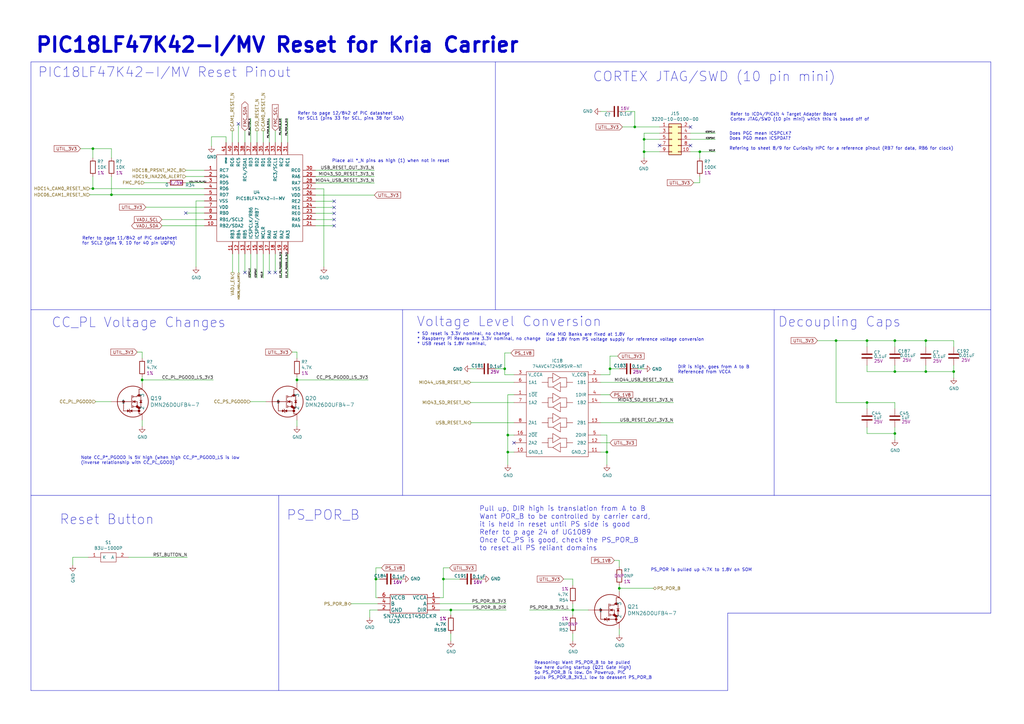
<source format=kicad_sch>
(kicad_sch (version 20230121) (generator eeschema)
  (paper "A3")
  (title_block (title "Top Sheet") (date "2023-12-21") (rev "1.00") (company "ApotheoTech LLC") (comment 1 "SCH: APT-KRIA-FMC") (comment 2 "Author: Chance Reimer"))
  (lib_symbols
    (symbol "ApotheoTech:74AVC4T245RSVR-NT" (pin_names (offset 0.762))
      (property "Reference" "IC" (at -13.335 21.59 0))
      (property "Value" "74AVC4T245RSVR-NT" (at -12.7 19.05 0))
      (symbol "74AVC4T245RSVR-NT_0_0"
        (pin passive line (at -17.78 7.62 0) (length 5.08) (name "1~{OE}") (number "1"))
        (pin passive line (at -17.78 -15.875 0) (length 5.08) (name "GND_1") (number "10"))
        (pin passive line (at 17.78 -15.875 180) (length 5.08) (name "GND_2") (number "11"))
        (pin passive line (at 17.78 -12.065 180) (length 5.08) (name "2B2") (number "12"))
        (pin passive line (at 17.78 -3.81 180) (length 5.08) (name "2B1") (number "13"))
        (pin passive line (at 17.78 4.445 180) (length 5.08) (name "1B2") (number "14"))
        (pin passive line (at 17.78 12.7 180) (length 5.08) (name "1B1") (number "15"))
        (pin passive line (at -17.78 -8.89 0) (length 5.08) (name "2~{OE}") (number "16"))
        (pin passive line (at 17.78 15.875 180) (length 5.08) (name "V_CCB") (number "2"))
        (pin passive line (at -17.78 15.875 0) (length 5.08) (name "V_CCA") (number "3"))
        (pin passive line (at 17.78 7.62 180) (length 5.08) (name "1DIR") (number "4"))
        (pin passive line (at 17.78 -8.89 180) (length 5.08) (name "2DIR") (number "5"))
        (pin passive line (at -17.78 12.7 0) (length 5.08) (name "1A1") (number "6"))
        (pin passive line (at -17.78 4.445 0) (length 5.08) (name "1A2") (number "7"))
        (pin passive line (at -17.78 -3.81 0) (length 5.08) (name "2A1") (number "8"))
        (pin passive line (at -17.78 -12.065 0) (length 5.08) (name "2A2") (number "9"))
      )
    )
    (symbol "ApotheoTech:B3U-1000P" (pin_names (offset 0.762))
      (property "Reference" "S" (at 16.51 7.62 0))
      (property "Value" "B3U-1000P" (at 16.51 5.08 0))
      (symbol "B3U-1000P_0_0"
        (pin passive line (at -8.255 0 0) (length 5.08) (name "K") (number "1"))
        (pin passive line (at 8.255 0 180) (length 5.08) (name "A") (number "2"))
      )
    )
    (symbol "ApotheoTech:DMN26D0UFB4-7" (pin_numbers hide) (pin_names (offset 1.6764))
      (property "Reference" "Q" (at 23.368 -2.032 0))
      (property "Value" "DMN26D0UFB4-7" (at 28.956 -4.318 0))
      (symbol "DMN26D0UFB4-7_1_1"
        (pin passive line (at 0 0 0) (length 2.54) (name "1") (number "1"))
        (pin passive line (at 12.7 -7.62 90) (length 2.54) (name "2") (number "2"))
        (pin passive line (at 12.7 7.62 270) (length 2.54) (name "3") (number "3"))
      )
    )
    (symbol "ApotheoTech:PIC18LF47K42-I-MV" (pin_names (offset 1.016))
      (property "Reference" "U" (at -9.398 1.651 0))
      (property "Value" "PIC18LF47K42-I-MV" (at 0 0 0))
      (symbol "PIC18LF47K42-I-MV_1_1"
        (pin bidirectional line (at -22.86 11.43 0) (length 5.08) (name "RC7") (number "1"))
        (pin bidirectional line (at -22.86 -11.303 0) (length 5.08) (name "RB2/SDA2") (number "10"))
        (pin bidirectional line (at -11.303 -22.86 90) (length 5.08) (name "RB3") (number "11"))
        (pin bidirectional line (at -8.763 -22.86 90) (length 5.08) (name "RB4") (number "12"))
        (pin bidirectional line (at -6.223 -22.86 90) (length 5.08) (name "RB5") (number "13"))
        (pin bidirectional line (at -3.81 -22.86 90) (length 5.08) (name "ICSPCLK/RB6") (number "14"))
        (pin bidirectional line (at -1.27 -22.86 90) (length 5.08) (name "ICSPDAT/RB7") (number "15"))
        (pin input line (at 1.27 -22.86 90) (length 5.08) (name "MCLR") (number "16"))
        (pin bidirectional line (at 3.81 -22.86 90) (length 5.08) (name "RA0") (number "17"))
        (pin bidirectional line (at 6.223 -22.86 90) (length 5.08) (name "RA1") (number "18"))
        (pin bidirectional line (at 8.89 -22.86 90) (length 5.08) (name "RA2") (number "19"))
        (pin bidirectional line (at -22.86 8.89 0) (length 5.08) (name "RD4") (number "2"))
        (pin bidirectional line (at 11.43 -22.86 90) (length 5.08) (name "RA3") (number "20"))
        (pin bidirectional line (at 22.733 -11.303 180) (length 5.08) (name "RA4") (number "21"))
        (pin bidirectional line (at 22.733 -8.763 180) (length 5.08) (name "RA5") (number "22"))
        (pin bidirectional line (at 22.733 -6.223 180) (length 5.08) (name "RE0") (number "23"))
        (pin bidirectional line (at 22.733 -3.81 180) (length 5.08) (name "RE1") (number "24"))
        (pin bidirectional line (at 22.733 -1.27 180) (length 5.08) (name "RE2") (number "25"))
        (pin power_in line (at 22.733 1.27 180) (length 5.08) (name "VDD") (number "26"))
        (pin power_in line (at 22.733 3.81 180) (length 5.08) (name "VSS") (number "27"))
        (pin bidirectional line (at 22.733 6.223 180) (length 5.08) (name "RA7") (number "28"))
        (pin bidirectional line (at 22.733 8.89 180) (length 5.08) (name "RA6") (number "29"))
        (pin bidirectional line (at -22.86 6.35 0) (length 5.08) (name "RD5") (number "3"))
        (pin bidirectional line (at 22.733 11.43 180) (length 5.08) (name "RC0") (number "30"))
        (pin bidirectional line (at 11.303 22.86 270) (length 5.08) (name "RC1") (number "31"))
        (pin bidirectional line (at 8.763 22.86 270) (length 5.08) (name "RC2") (number "32"))
        (pin bidirectional line (at 6.223 22.86 270) (length 5.08) (name "RC3/SCL1") (number "33"))
        (pin bidirectional line (at 3.81 22.86 270) (length 5.08) (name "RD0") (number "34"))
        (pin bidirectional line (at 1.27 22.86 270) (length 5.08) (name "RD1") (number "35"))
        (pin bidirectional line (at -1.27 22.86 270) (length 5.08) (name "RD2") (number "36"))
        (pin bidirectional line (at -3.81 22.86 270) (length 5.08) (name "RD3") (number "37"))
        (pin bidirectional line (at -6.223 22.86 270) (length 5.08) (name "RC4/SDA1") (number "38"))
        (pin bidirectional line (at -8.89 22.86 270) (length 5.08) (name "RC5") (number "39"))
        (pin bidirectional line (at -22.86 3.937 0) (length 5.08) (name "RD6") (number "4"))
        (pin bidirectional line (at -11.43 22.86 270) (length 5.08) (name "RC6") (number "40"))
        (pin power_in line (at -13.97 22.86 270) (length 5.08) (name "EPAD") (number "41"))
        (pin bidirectional line (at -22.86 1.397 0) (length 5.08) (name "RD7") (number "5"))
        (pin power_in line (at -22.86 -1.143 0) (length 5.08) (name "VSS") (number "6"))
        (pin power_in line (at -22.86 -3.683 0) (length 5.08) (name "VDD") (number "7"))
        (pin bidirectional line (at -22.86 -6.096 0) (length 5.08) (name "RB0") (number "8"))
        (pin bidirectional line (at -22.86 -8.763 0) (length 5.08) (name "RB1/SCL2") (number "9"))
      )
    )
    (symbol "ApotheoTech:SN74AXC1T45DCKR" (pin_names (offset 0.254))
      (property "Reference" "U" (at -7.62 8.89 0))
      (property "Value" "SN74AXC1T45DCKR" (at -7.62 6.35 0))
      (symbol "SN74AXC1T45DCKR_1_1"
        (pin power_in line (at 5.08 2.54 180) (length 5.08) (name "VCCA") (number "1"))
        (pin power_in line (at -20.32 -2.54 0) (length 5.08) (name "GND") (number "2"))
        (pin bidirectional line (at 5.08 0 180) (length 5.08) (name "A") (number "3"))
        (pin bidirectional line (at -20.32 0 0) (length 5.08) (name "B") (number "4"))
        (pin input line (at 5.08 -2.54 180) (length 5.08) (name "DIR") (number "5"))
        (pin power_in line (at -20.32 2.54 0) (length 5.08) (name "VCCB") (number "6"))
      )
    )
    (symbol "Connector_Generic:Conn_02x05_Odd_Even" (pin_names (offset 1.016) hide)
      (property "Reference" "J" (at 1.27 7.62 0))
      (property "Value" "Conn_02x05_Odd_Even" (at 1.27 -7.62 0))
      (symbol "Conn_02x05_Odd_Even_1_1"
        (pin passive line (at -5.08 5.08 0) (length 3.81) (name "Pin_1") (number "1"))
        (pin passive line (at 7.62 -5.08 180) (length 3.81) (name "Pin_10") (number "10"))
        (pin passive line (at 7.62 5.08 180) (length 3.81) (name "Pin_2") (number "2"))
        (pin passive line (at -5.08 2.54 0) (length 3.81) (name "Pin_3") (number "3"))
        (pin passive line (at 7.62 2.54 180) (length 3.81) (name "Pin_4") (number "4"))
        (pin passive line (at -5.08 0 0) (length 3.81) (name "Pin_5") (number "5"))
        (pin passive line (at 7.62 0 180) (length 3.81) (name "Pin_6") (number "6"))
        (pin passive line (at -5.08 -2.54 0) (length 3.81) (name "Pin_7") (number "7"))
        (pin passive line (at 7.62 -2.54 180) (length 3.81) (name "Pin_8") (number "8"))
        (pin passive line (at -5.08 -5.08 0) (length 3.81) (name "Pin_9") (number "9"))
      )
    )
    (symbol "Device:C" (pin_numbers hide) (pin_names (offset 0.254))
      (property "Reference" "C" (at 0.635 2.54 0))
      (property "Value" "C" (at 0.635 -2.54 0))
      (symbol "C_1_1"
        (pin passive line (at 0 3.81 270) (length 2.794) (name "~") (number "1"))
        (pin passive line (at 0 -3.81 90) (length 2.794) (name "~") (number "2"))
      )
    )
    (symbol "Device:R" (pin_numbers hide) (pin_names (offset 0))
      (property "Reference" "R" (at 2.032 0 90))
      (property "Value" "R" (at 0 0 90))
      (symbol "R_1_1"
        (pin passive line (at 0 3.81 270) (length 1.27) (name "~") (number "1"))
        (pin passive line (at 0 -3.81 90) (length 1.27) (name "~") (number "2"))
      )
    )
    (symbol "power:GND" (power) (pin_names (offset 0))
      (property "Value" "GND" (at 0 -3.81 0))
      (symbol "GND_1_1"
        (pin power_in line (at 0 0 270) (length 0) hide (name "GND") (number "1"))
      )
    )
  )
  (junction (at 264.16 57.15))
  (junction (at 391.16 152.4))
  (junction (at 260.35 52.07))
  (junction (at 208.28 178.435))
  (junction (at 207.01 151.257))
  (junction (at 379.73 139.7))
  (junction (at 342.9 139.7))
  (junction (at 38.1 60.96))
  (junction (at 355.6 165.1))
  (junction (at 38.1 77.343))
  (junction (at 287.02 62.23))
  (junction (at 355.6 139.7))
  (junction (at 181.864 237.49))
  (junction (at 45.72 79.883))
  (junction (at 234.95 250.19))
  (junction (at 379.73 152.4))
  (junction (at 367.03 139.7))
  (junction (at 248.92 185.42))
  (junction (at 121.793 155.829))
  (junction (at 184.912 250.19))
  (junction (at 250.19 151.257))
  (junction (at 254 241.3))
  (junction (at 367.03 152.4))
  (junction (at 264.16 62.23))
  (junction (at 367.03 177.8))
  (junction (at 58.293 155.829))
  (junction (at 208.28 185.42))
  (junction (at 154.178 237.49))
  (no_connect (at 137.033 87.503))
  (no_connect (at 76.2 87.376))
  (no_connect (at 283.21 59.69))
  (no_connect (at 137.033 85.09))
  (no_connect (at 283.21 52.07))
  (no_connect (at 137.033 82.55))
  (no_connect (at 137.033 92.583))
  (no_connect (at 210.82 181.61))
  (no_connect (at 112.903 111.76))
  (no_connect (at 100.457 111.76))
  (no_connect (at 97.79 50.8))
  (no_connect (at 137.033 90.043))
  (no_connect (at 270.51 59.69))
  (no_connect (at 110.49 111.76))
  (polyline (pts (xy 12.7 203.2) (xy 406.4 203.2)))
  (wire (pts (xy 207.01 144.78) (xy 207.01 151.257)))
  (wire (pts (xy 181.864 232.918) (xy 184.404 232.918)))
  (wire (pts (xy 367.03 167.64) (xy 367.03 165.1)))
  (wire (pts (xy 154.178 232.918) (xy 154.178 237.49)))
  (wire (pts (xy 110.49 104.14) (xy 110.49 111.76)))
  (polyline (pts (xy 12.7 25.4) (xy 12.7 283.21)))
  (wire (pts (xy 264.16 62.23) (xy 270.51 62.23)))
  (wire (pts (xy 58.293 154.559) (xy 58.293 155.829)))
  (wire (pts (xy 105.41 58.42) (xy 105.41 53.594)))
  (wire (pts (xy 355.6 177.8) (xy 355.6 175.26)))
  (wire (pts (xy 115.57 114.046) (xy 115.57 104.14)))
  (wire (pts (xy 234.95 250.19) (xy 234.95 247.65)))
  (wire (pts (xy 246.38 161.925) (xy 250.19 161.925)))
  (wire (pts (xy 342.9 139.7) (xy 355.6 139.7)))
  (wire (pts (xy 83.82 69.85) (xy 76.2 69.85)))
  (wire (pts (xy 129.413 80.01) (xy 153.543 80.01)))
  (wire (pts (xy 155.702 237.49) (xy 154.178 237.49)))
  (wire (pts (xy 129.413 85.09) (xy 137.033 85.09)))
  (wire (pts (xy 121.793 144.399) (xy 121.793 146.939)))
  (wire (pts (xy 391.16 142.24) (xy 391.16 139.7)))
  (wire (pts (xy 117.983 48.514) (xy 117.983 58.42)))
  (wire (pts (xy 80.391 82.423) (xy 80.391 109.474)))
  (wire (pts (xy 246.38 153.67) (xy 250.19 153.67)))
  (wire (pts (xy 58.293 144.399) (xy 58.293 146.939)))
  (wire (pts (xy 209.55 144.78) (xy 207.01 144.78)))
  (wire (pts (xy 154.94 250.19) (xy 151.638 250.19)))
  (wire (pts (xy 254 240.03) (xy 254 241.3)))
  (wire (pts (xy 109.093 164.719) (xy 102.743 164.719)))
  (wire (pts (xy 208.28 161.925) (xy 208.28 178.435)))
  (wire (pts (xy 197.993 237.49) (xy 196.215 237.49)))
  (wire (pts (xy 112.903 104.14) (xy 112.903 111.76)))
  (polyline (pts (xy 12.7 127) (xy 406.4 127)))
  (wire (pts (xy 207.01 153.67) (xy 207.01 151.257)))
  (wire (pts (xy 95.377 104.14) (xy 95.377 111.76)))
  (wire (pts (xy 86.741 56.134) (xy 86.741 59.944)))
  (wire (pts (xy 254 229.87) (xy 251.968 229.87)))
  (wire (pts (xy 180.34 245.11) (xy 181.864 245.11)))
  (wire (pts (xy 38.1 60.96) (xy 45.72 60.96)))
  (wire (pts (xy 254 151.257) (xy 250.19 151.257)))
  (wire (pts (xy 52.705 228.6) (xy 76.835 228.6)))
  (wire (pts (xy 283.21 54.61) (xy 293.37 54.61)))
  (wire (pts (xy 261.62 151.257) (xy 264.16 151.257)))
  (wire (pts (xy 248.92 185.42) (xy 246.38 185.42)))
  (wire (pts (xy 129.413 75.057) (xy 153.543 75.057)))
  (wire (pts (xy 105.41 114.046) (xy 105.41 104.14)))
  (wire (pts (xy 208.28 185.42) (xy 210.82 185.42)))
  (wire (pts (xy 287.02 64.77) (xy 287.02 62.23)))
  (polyline (pts (xy 165.1 127) (xy 165.1 203.2)))
  (wire (pts (xy 379.73 152.4) (xy 391.16 152.4)))
  (wire (pts (xy 248.92 178.435) (xy 248.92 185.42)))
  (wire (pts (xy 355.6 139.7) (xy 355.6 142.24)))
  (wire (pts (xy 184.912 250.19) (xy 207.645 250.19)))
  (wire (pts (xy 283.21 57.15) (xy 293.37 57.15)))
  (wire (pts (xy 367.03 152.4) (xy 379.73 152.4)))
  (wire (pts (xy 112.903 58.42) (xy 112.903 53.594)))
  (wire (pts (xy 36.195 228.6) (xy 29.845 228.6)))
  (wire (pts (xy 367.03 142.24) (xy 367.03 139.7)))
  (wire (pts (xy 264.16 54.61) (xy 264.16 57.15)))
  (wire (pts (xy 181.864 237.49) (xy 181.864 245.11)))
  (wire (pts (xy 246.38 156.845) (xy 276.225 156.845)))
  (wire (pts (xy 115.443 48.514) (xy 115.443 58.42)))
  (wire (pts (xy 110.49 48.514) (xy 110.49 58.42)))
  (wire (pts (xy 38.1 77.343) (xy 83.82 77.343)))
  (wire (pts (xy 287.02 62.23) (xy 283.21 62.23)))
  (wire (pts (xy 92.71 58.42) (xy 92.71 56.134)))
  (wire (pts (xy 248.92 185.42) (xy 248.92 190.627)))
  (polyline (pts (xy 203.2 25.4) (xy 203.2 127)))
  (wire (pts (xy 234.95 250.19) (xy 241.3 250.19)))
  (wire (pts (xy 250.19 146.05) (xy 250.19 151.257)))
  (wire (pts (xy 184.912 252.222) (xy 184.912 250.19)))
  (wire (pts (xy 154.178 237.49) (xy 154.178 245.11)))
  (wire (pts (xy 180.34 247.65) (xy 207.645 247.65)))
  (wire (pts (xy 355.6 167.64) (xy 355.6 165.1)))
  (wire (pts (xy 132.842 77.47) (xy 132.842 109.474)))
  (wire (pts (xy 83.82 72.39) (xy 76.2 72.39)))
  (wire (pts (xy 83.82 90.043) (xy 66.421 90.043)))
  (wire (pts (xy 100.457 58.42) (xy 100.457 53.594)))
  (wire (pts (xy 129.413 90.043) (xy 137.033 90.043)))
  (wire (pts (xy 83.82 82.423) (xy 80.391 82.423)))
  (wire (pts (xy 102.87 58.42) (xy 102.87 48.514)))
  (wire (pts (xy 254 229.87) (xy 254 232.41)))
  (wire (pts (xy 83.82 74.93) (xy 76.2 74.93)))
  (wire (pts (xy 391.16 139.7) (xy 379.73 139.7)))
  (wire (pts (xy 208.28 178.435) (xy 210.82 178.435)))
  (wire (pts (xy 250.19 153.67) (xy 250.19 151.257)))
  (wire (pts (xy 181.864 237.49) (xy 188.595 237.49)))
  (wire (pts (xy 129.413 82.55) (xy 137.033 82.55)))
  (wire (pts (xy 181.864 237.49) (xy 181.864 232.918)))
  (wire (pts (xy 248.92 45.72) (xy 246.38 45.72)))
  (wire (pts (xy 379.73 149.86) (xy 379.73 152.4)))
  (wire (pts (xy 121.793 155.829) (xy 151.003 155.829)))
  (wire (pts (xy 154.178 232.918) (xy 156.464 232.918)))
  (wire (pts (xy 287.02 62.23) (xy 293.37 62.23)))
  (wire (pts (xy 210.82 165.1) (xy 193.04 165.1)))
  (wire (pts (xy 284.48 74.93) (xy 287.02 74.93)))
  (wire (pts (xy 260.35 52.07) (xy 255.27 52.07)))
  (wire (pts (xy 129.413 69.85) (xy 153.543 69.85)))
  (wire (pts (xy 100.457 104.14) (xy 100.457 111.76)))
  (wire (pts (xy 254 257.81) (xy 254 260.35)))
  (wire (pts (xy 83.82 87.376) (xy 76.2 87.376)))
  (wire (pts (xy 95.25 58.42) (xy 95.25 53.594)))
  (wire (pts (xy 246.38 173.355) (xy 276.225 173.355)))
  (wire (pts (xy 367.03 139.7) (xy 355.6 139.7)))
  (wire (pts (xy 151.638 250.19) (xy 151.638 253.238)))
  (polyline (pts (xy 317.5 203.2) (xy 317.5 127)))
  (wire (pts (xy 367.03 177.8) (xy 367.03 180.34)))
  (wire (pts (xy 335.28 139.7) (xy 342.9 139.7)))
  (wire (pts (xy 210.82 153.67) (xy 207.01 153.67)))
  (wire (pts (xy 45.72 79.883) (xy 36.83 79.883)))
  (wire (pts (xy 129.413 87.503) (xy 137.033 87.503)))
  (wire (pts (xy 248.92 178.435) (xy 246.38 178.435)))
  (wire (pts (xy 97.79 58.42) (xy 97.79 50.8)))
  (wire (pts (xy 355.6 149.86) (xy 355.6 152.4)))
  (wire (pts (xy 29.845 228.6) (xy 29.845 231.775)))
  (wire (pts (xy 267.97 241.3) (xy 254 241.3)))
  (wire (pts (xy 287.02 74.93) (xy 287.02 72.39)))
  (wire (pts (xy 45.72 79.883) (xy 83.82 79.883)))
  (wire (pts (xy 33.02 60.96) (xy 38.1 60.96)))
  (wire (pts (xy 355.6 152.4) (xy 367.03 152.4)))
  (wire (pts (xy 180.34 250.19) (xy 184.912 250.19)))
  (wire (pts (xy 154.94 247.65) (xy 144.018 247.65)))
  (polyline (pts (xy 406.4 25.4) (xy 406.4 251.46)))
  (wire (pts (xy 121.793 172.339) (xy 121.793 174.879)))
  (wire (pts (xy 184.912 262.89) (xy 184.912 259.842)))
  (wire (pts (xy 45.593 164.719) (xy 39.243 164.719)))
  (wire (pts (xy 253.365 146.05) (xy 250.19 146.05)))
  (wire (pts (xy 58.293 155.829) (xy 87.503 155.829)))
  (wire (pts (xy 391.16 152.4) (xy 391.16 154.94)))
  (wire (pts (xy 254 241.3) (xy 254 242.57)))
  (wire (pts (xy 58.293 172.339) (xy 58.293 174.879)))
  (wire (pts (xy 129.413 92.583) (xy 137.033 92.583)))
  (wire (pts (xy 355.6 165.1) (xy 367.03 165.1)))
  (wire (pts (xy 165.1 237.49) (xy 163.322 237.49)))
  (wire (pts (xy 97.917 104.14) (xy 97.917 111.76)))
  (wire (pts (xy 246.38 165.1) (xy 276.225 165.1)))
  (wire (pts (xy 379.73 139.7) (xy 379.73 142.24)))
  (wire (pts (xy 208.28 178.435) (xy 208.28 185.42)))
  (wire (pts (xy 210.82 156.845) (xy 193.04 156.845)))
  (wire (pts (xy 129.413 72.39) (xy 153.543 72.39)))
  (wire (pts (xy 107.95 58.42) (xy 107.95 53.594)))
  (wire (pts (xy 367.03 175.26) (xy 367.03 177.8)))
  (wire (pts (xy 58.293 155.829) (xy 58.293 157.099)))
  (wire (pts (xy 58.293 144.399) (xy 56.261 144.399)))
  (wire (pts (xy 154.94 245.11) (xy 154.178 245.11)))
  (wire (pts (xy 121.793 154.559) (xy 121.793 155.829)))
  (wire (pts (xy 107.95 114.046) (xy 107.95 104.14)))
  (wire (pts (xy 234.95 237.49) (xy 234.95 240.03)))
  (polyline (pts (xy 298.45 283.21) (xy 298.45 251.46)))
  (wire (pts (xy 38.1 60.96) (xy 38.1 64.77)))
  (wire (pts (xy 217.17 250.19) (xy 234.95 250.19)))
  (wire (pts (xy 342.9 139.7) (xy 342.9 165.1)))
  (wire (pts (xy 234.95 262.89) (xy 234.95 259.842)))
  (wire (pts (xy 342.9 165.1) (xy 355.6 165.1)))
  (wire (pts (xy 379.73 139.7) (xy 367.03 139.7)))
  (polyline (pts (xy 298.45 251.46) (xy 406.4 251.46)))
  (wire (pts (xy 210.82 161.925) (xy 208.28 161.925)))
  (wire (pts (xy 129.413 77.47) (xy 132.842 77.47)))
  (wire (pts (xy 367.03 152.4) (xy 367.03 149.86)))
  (wire (pts (xy 38.1 72.39) (xy 38.1 77.343)))
  (polyline (pts (xy 12.7 283.21) (xy 298.45 283.21)))
  (wire (pts (xy 367.03 177.8) (xy 355.6 177.8)))
  (wire (pts (xy 264.16 57.15) (xy 264.16 62.23)))
  (wire (pts (xy 234.95 252.222) (xy 234.95 250.19)))
  (polyline (pts (xy 12.7 25.4) (xy 406.4 25.4)))
  (wire (pts (xy 208.28 185.42) (xy 208.28 190.627)))
  (wire (pts (xy 121.793 144.399) (xy 119.761 144.399)))
  (wire (pts (xy 68.58 74.93) (xy 59.182 74.93)))
  (wire (pts (xy 256.54 45.72) (xy 260.35 45.72)))
  (wire (pts (xy 59.817 84.963) (xy 83.82 84.963)))
  (wire (pts (xy 246.38 181.61) (xy 250.19 181.61)))
  (wire (pts (xy 121.793 155.829) (xy 121.793 157.099)))
  (polyline (pts (xy 114.3 283.21) (xy 114.3 203.2)))
  (wire (pts (xy 102.87 114.046) (xy 102.87 104.14)))
  (wire (pts (xy 260.35 45.72) (xy 260.35 52.07)))
  (wire (pts (xy 210.82 173.355) (xy 193.04 173.355)))
  (wire (pts (xy 391.16 152.4) (xy 391.16 149.86)))
  (wire (pts (xy 45.72 60.96) (xy 45.72 64.77)))
  (wire (pts (xy 203.2 151.257) (xy 207.01 151.257)))
  (wire (pts (xy 231.14 237.49) (xy 234.95 237.49)))
  (wire (pts (xy 118.11 114.046) (xy 118.11 104.14)))
  (wire (pts (xy 83.82 92.583) (xy 66.421 92.583)))
  (wire (pts (xy 45.72 72.39) (xy 45.72 79.883)))
  (wire (pts (xy 264.16 57.15) (xy 270.51 57.15)))
  (wire (pts (xy 92.71 56.134) (xy 86.741 56.134)))
  (wire (pts (xy 36.83 77.343) (xy 38.1 77.343)))
  (wire (pts (xy 270.51 54.61) (xy 264.16 54.61)))
  (wire (pts (xy 195.58 151.257) (xy 193.04 151.257)))
  (wire (pts (xy 264.16 62.23) (xy 264.16 64.77)))
  (wire (pts (xy 270.51 52.07) (xy 260.35 52.07)))
  (text "Decoupling Caps" (at 319.024 134.493 0) (effects (font (size 3.9878 3.9878)) (justify left bottom)))
  (text "Note CC_P*_PGOOD is 5V high (when high CC_P*_PGOOD_LS is low\n(inverse relationship with CC_PL_GOOD)" (at 33.147 190.627 0) (effects (font (size 1.27 1.27)) (justify left bottom)))
  (text "Refer to page 12/842 of PIC datasheet \nfor SCL1 (pins 33 for SCL, pins 38 for SDA)" (at 122.047 49.403 0) (effects (font (size 1.27 1.27)) (justify left bottom)))
  (text "PS_POR is pulled up 4.7K to 1.8V on SOM" (at 266.827 234.569 0) (effects (font (size 1.27 1.27)) (justify left bottom)))
  (text "Refer to page 11/842 of PIC datasheet\nfor SCL2 (pins 9, 10 for 40 pin UQFN)" (at 33.655 100.584 0) (effects (font (size 1.27 1.27)) (justify left bottom)))
  (text "* SD reset is 3.3V nominal, no change\n* Raspberry Pi Resets are 3.3V nominal, no change\n* USB reset is 1.8V nominal, " (at 171.069 141.859 0) (effects (font (size 1.27 1.27)) (justify left bottom)))
  (text "Voltage Level Conversion" (at 170.815 134.366 0) (effects (font (size 3.9878 3.9878)) (justify left bottom)))
  (text "Pull up, DIR high is translation from A to B\nWant POR_B to be controlled by carrier card,\nit is held in reset until PS side is good\nRefer to p age 24 of UG1089\nOnce CC_PS is good, check the PS_POR_B\nto reset all PS reliant domains" (at 196.596 226.06 0) (effects (font (size 2.0066 2.0066)) (justify left bottom)))
  (text "Reasoning: Want PS_POR_B to be pulled \nlow here during startup (Q21 Gate High)\nSo PS_POR_B is low. On Powerup, PIC \npulls PS_POR_B_3V3_L low to deassert PS_POR_B" (at 219.075 278.765 0) (effects (font (size 1.27 1.27)) (justify left bottom)))
  (text "CC_PL Voltage Changes" (at 21.082 134.747 0) (effects (font (size 3.9878 3.9878)) (justify left bottom)))
  (text "PIC18LF47K42-I/MV Reset Pinout" (at 15.494 32.131 0) (effects (font (size 3.9878 3.9878)) (justify left bottom)))
  (text "PIC18LF47K42-I/MV Reset for Kria Carrier" (at 14.224 22.098 0) (effects (font (size 5.9944 5.9944) (thickness 1.1989) bold) (justify left bottom)))
  (text "PS_POR_B" (at 117.475 213.741 0) (effects (font (size 3.9878 3.9878)) (justify left bottom)))
  (text "Reset Button" (at 24.384 215.519 0) (effects (font (size 3.9878 3.9878)) (justify left bottom)))
  (text "Place all *_N pins as high (1) when not in reset" (at 136.144 66.802 0) (effects (font (size 1.27 1.27)) (justify left bottom)))
  (text "DIR is high, goes from A to B\nReferenced from VCCA" (at 278.003 153.416 0) (effects (font (size 1.27 1.27)) (justify left bottom)))
  (text "CORTEX JTAG/SWD (10 pin mini)" (at 243.078 33.909 0) (effects (font (size 3.9878 3.9878)) (justify left bottom)))
  (text "Does PGC mean ICSPCLK?\nDoes PGD mean ICSPDAT?\n\nRefering to sheet 8/9 for Curiosity HPC for a reference pinout (RB7 for data, RB6 for clock)" (at 299.085 61.722 0) (effects (font (size 1.27 1.27)) (justify left bottom)))
  (text "Kria MIO Banks are fixed at 1.8V\nUse 1.8V from PS voltage supply for reference voltage conversion" (at 223.901 140.081 0) (effects (font (size 1.27 1.27)) (justify left bottom)))
  (text "Refer to ICD4/PICkit 4 Target Adapter Board\nCortex JTAG/SWD (10 pin mini) which this is based off of\n" (at 299.466 49.784 0) (effects (font (size 1.27 1.27)) (justify left bottom)))
  (label "ICSPDAT" (at 293.37 57.15 180) (effects (font (size 0.635 0.635))))
  (label "PS_POR_B_3V3_L" (at 217.17 250.19 0))
  (label "MIO44_USB_RESET_3V3_N" (at 276.225 156.845 180))
  (label "MIO44_USB_RESET_3V3_N" (at 153.543 75.057 180))
  (label "RST_BUTTON_N" (at 76.835 228.6 180))
  (label "USB_RESET_OUT_3V3_N" (at 276.225 173.355 180))
  (label "ICSPCLK" (at 293.37 54.61 180) (effects (font (size 0.635 0.635))))
  (label "CC_PL_PGOOD_LS_3V3" (at 118.11 114.046 90) (effects (font (size 0.635 0.635))))
  (label "CC_PS_PGOOD_LS_3V3" (at 151.003 155.829 180))
  (label "ICSPDAT" (at 105.41 114.046 90) (effects (font (size 0.635 0.635))))
  (label "RST_BUTTON_N" (at 102.87 48.514 270) (effects (font (size 0.635 0.635))))
  (label "CC_PL_PGOOD_LS_3V3" (at 87.503 155.829 180))
  (label "CC_PS_PGOOD_LS_3V3" (at 115.57 114.046 90) (effects (font (size 0.635 0.635))))
  (label "ICSPCLK" (at 102.87 114.046 90) (effects (font (size 0.635 0.635))))
  (label "PS_POR_B_DIR" (at 207.645 250.19 180))
  (label "MIO43_SD_RESET_3V3_N" (at 153.543 72.39 180))
  (label "MIO43_SD_RESET_3V3_N" (at 276.225 165.1 180))
  (label "VADJ_FMC_PG_MCU" (at 77.47 74.93 0) (effects (font (size 0.508 0.508))))
  (label "USB_RESET_OUT_3V3_N" (at 153.543 69.85 180))
  (label "PS_POR_B_3V3" (at 117.983 48.514 270) (effects (font (size 0.635 0.635))))
  (label "PS_POR_B_3V3" (at 207.645 247.65 180))
  (label "PS_POR_B_3V3_L" (at 110.49 48.514 270) (effects (font (size 0.635 0.635))))
  (label "MCLR" (at 107.95 114.046 90) (effects (font (size 0.635 0.635))))
  (label "PS_POR_B_DIR" (at 115.443 48.514 270) (effects (font (size 0.635 0.635))))
  (label "MCLR" (at 293.37 62.23 180) (effects (font (size 0.635 0.635))))
  (global_label "VADJ_SCL" (shape input) (at 66.421 90.043 180) (property "Intersheetrefs" "${INTERSHEET_REFS}" (effects hide)))
  (global_label "PS_1V8" (shape input) (at 251.968 229.87 180) (property "Intersheetrefs" "${INTERSHEET_REFS}" (effects hide)))
  (global_label "UTIL_3V3" (shape input) (at 119.761 144.399 180) (property "Intersheetrefs" "${INTERSHEET_REFS}" (effects hide)))
  (global_label "PS_1V8" (shape input) (at 156.464 232.918 0) (property "Intersheetrefs" "${INTERSHEET_REFS}" (effects hide)))
  (global_label "PS_1V8" (shape input) (at 250.19 161.925 0) (property "Intersheetrefs" "${INTERSHEET_REFS}" (effects hide)))
  (global_label "UTIL_3V3" (shape input) (at 33.02 60.96 180) (property "Intersheetrefs" "${INTERSHEET_REFS}" (effects hide)))
  (global_label "UTIL_3V3" (shape input) (at 184.404 232.918 0) (property "Intersheetrefs" "${INTERSHEET_REFS}" (effects hide)))
  (global_label "FMC_SCL" (shape input) (at 112.903 53.594 90) (property "Intersheetrefs" "${INTERSHEET_REFS}" (effects hide)))
  (global_label "UTIL_3V3" (shape input) (at 335.28 139.7 180) (property "Intersheetrefs" "${INTERSHEET_REFS}" (effects hide)))
  (global_label "UTIL_3V3" (shape input) (at 253.365 146.05 0) (property "Intersheetrefs" "${INTERSHEET_REFS}" (effects hide)))
  (global_label "FMC_SDA" (shape bidirectional) (at 100.457 53.594 90) (property "Intersheetrefs" "${INTERSHEET_REFS}" (effects hide)))
  (global_label "UTIL_3V3" (shape input) (at 250.19 181.61 0) (property "Intersheetrefs" "${INTERSHEET_REFS}" (effects hide)))
  (global_label "UTIL_3V3" (shape input) (at 255.27 52.07 180) (property "Intersheetrefs" "${INTERSHEET_REFS}" (effects hide)))
  (global_label "PS_1V8" (shape input) (at 209.55 144.78 0) (property "Intersheetrefs" "${INTERSHEET_REFS}" (effects hide)))
  (global_label "UTIL_3V3" (shape input) (at 284.48 74.93 180) (property "Intersheetrefs" "${INTERSHEET_REFS}" (effects hide)))
  (global_label "VADJ_SDA" (shape bidirectional) (at 66.421 92.583 180) (property "Intersheetrefs" "${INTERSHEET_REFS}" (effects hide)))
  (global_label "UTIL_3V3" (shape input) (at 231.14 237.49 180) (property "Intersheetrefs" "${INTERSHEET_REFS}" (effects hide)))
  (global_label "UTIL_3V3" (shape input) (at 56.261 144.399 180) (property "Intersheetrefs" "${INTERSHEET_REFS}" (effects hide)))
  (global_label "UTIL_3V3" (shape input) (at 153.543 80.01 0) (property "Intersheetrefs" "${INTERSHEET_REFS}" (effects hide)))
  (global_label "UTIL_3V3" (shape input) (at 59.817 84.963 180) (property "Intersheetrefs" "${INTERSHEET_REFS}" (effects hide)))
  (hierarchical_label "VADJ_EN" (shape output) (at 95.377 111.76 270))
  (hierarchical_label "HDC19_INA226_ALERT" (shape input) (at 76.2 72.39 180))
  (hierarchical_label "FMC_PG" (shape input) (at 59.182 74.93 180))
  (hierarchical_label "USB_RESET_N" (shape output) (at 193.04 173.355 180))
  (hierarchical_label "CC_PS_PGOOD" (shape input) (at 102.743 164.719 180))
  (hierarchical_label "PS_POR_B" (shape bidirectional) (at 267.97 241.3 0))
  (hierarchical_label "PS_POR_B" (shape bidirectional) (at 144.018 247.65 180))
  (hierarchical_label "MIO43_SD_RESET_N" (shape input) (at 193.04 165.1 180))
  (hierarchical_label "HDC18_PRSNT_M2C_B" (shape input) (at 76.2 69.85 180))
  (hierarchical_label "HDC14_CAM0_RESET_N" (shape input) (at 36.83 77.343 180))
  (hierarchical_label "SD_RESET_N" (shape output) (at 105.41 53.594 90))
  (hierarchical_label "MIO44_USB_RESET_N" (shape input) (at 193.04 156.845 180))
  (hierarchical_label "HDC06_CAM1_RESET_N" (shape input) (at 36.83 79.883 180))
  (hierarchical_label "CAM1_RESET_N" (shape output) (at 95.25 53.594 90))
  (hierarchical_label "CC_PL_PGOOD" (shape input) (at 39.243 164.719 180))
  (hierarchical_label "HDC20_VADJ_ALERT" (shape input) (at 97.917 111.76 270) (effects (font (size 0.7112 0.7112))))
  (hierarchical_label "CAM0_RESET_N" (shape output) (at 107.95 53.594 90))
  (symbol (lib_id "ApotheoTech:DMN26D0UFB4-7") (at 45.593 164.719 0) (unit 1)
    (property "Reference" "Q19" (at 61.595 163.3728 0) (effects (font (size 1.524 1.524)) (justify left)))
    (property "Value" "DMN26D0UFB4-7" (at 61.595 166.0652 0) (effects (font (size 1.524 1.524)) (justify left)))
    (property "Footprint" "ApotheoTech_CXP_Lib:DMN26D0UFB4-7" (effects hide))
    (instances (project "APT-KRIA-FMC" (path "" (reference "Q19") (unit 1)) (path "" (reference "Q?") (unit 1))))
  )
  (symbol (lib_id "power:GND") (at 58.293 174.879 0) (unit 1)
    (property "Reference" "#PWR0200" (effects hide))
    (property "Value" "GND" (at 58.42 179.2732 0))
    (instances (project "APT-KRIA-FMC" (path "" (reference "#PWR0200") (unit 1)) (path "" (reference "#PWR?") (unit 1))))
  )
  (symbol (lib_id "ApotheoTech:DMN26D0UFB4-7") (at 109.093 164.719 0) (unit 1)
    (property "Reference" "Q20" (at 125.095 163.3728 0) (effects (font (size 1.524 1.524)) (justify left)))
    (property "Value" "DMN26D0UFB4-7" (at 125.095 166.0652 0) (effects (font (size 1.524 1.524)) (justify left)))
    (property "Footprint" "ApotheoTech_CXP_Lib:DMN26D0UFB4-7" (effects hide))
    (instances (project "APT-KRIA-FMC" (path "" (reference "Q20") (unit 1)) (path "" (reference "Q?") (unit 1))))
  )
  (symbol (lib_id "power:GND") (at 121.793 174.879 0) (unit 1)
    (property "Reference" "#PWR0203" (effects hide))
    (property "Value" "GND" (at 121.92 179.2732 0))
    (instances (project "APT-KRIA-FMC" (path "" (reference "#PWR0203") (unit 1)) (path "" (reference "#PWR?") (unit 1))))
  )
  (symbol (lib_id "ApotheoTech:B3U-1000P") (at 44.45 228.6 0) (unit 1)
    (property "Reference" "S1" (at 44.45 222.504 0))
    (property "Value" "B3U-1000P" (at 44.45 224.8154 0))
    (property "Footprint" "ApotheoTech_CXP_Lib:B3U-1000P" (effects hide))
    (property "Datasheet" "https://www.omron.com/ecb/products/pdf/en-b3u.pdf" (effects hide))
    (property "Description" "OMRON ELECTRONIC COMPONENTS - B3U-1000P - SWITCH, SPST-NO, 0.05A, 12V, SMD" (effects hide))
    (property "Mouser Part Number" "653-B3U-1000P" (effects hide))
    (property "Mouser Price/Stock" "https://www.mouser.co.uk/ProductDetail/Omron-Electronics/B3U-1000P?qs=AO7BQMcsEu4ip80xyf2FwA%3D%3D" (effects hide))
    (property "Manufacturer_Name" "Omron Electronics" (effects hide))
    (property "Manufacturer_Part_Number" "B3U-1000P" (effects hide))
  )
  (symbol (lib_id "Device:R") (at 58.293 150.749 0) (unit 1)
    (property "Reference" "R?" (at 60.071 148.4376 0) (effects (justify left)))
    (property "Value" "4.7K" (at 60.071 150.749 0) (effects (justify left)))
    (property "Footprint" "Resistor_SMD:R_0402_1005Metric" (effects hide))
    (property "Tolerance" "1%" (at 60.071 153.0604 0) (effects (justify left)))
    (property "PartNumber" "CRCW04024K70FKED" (effects hide))
    (instances (project "APT-KRIA-FMC" (path "" (reference "R?") (unit 1)) (path "" (reference "R155") (unit 1))))
  )
  (symbol (lib_id "power:GND") (at 29.845 231.775 0) (unit 1)
    (property "Reference" "#PWR0202" (effects hide))
    (property "Value" "GND" (at 29.972 235.0262 90) (effects (justify right)))
  )
  (symbol (lib_id "Device:R") (at 121.793 150.749 0) (unit 1)
    (property "Reference" "R?" (at 123.571 148.4376 0) (effects (justify left)))
    (property "Value" "4.7K" (at 123.571 150.749 0) (effects (justify left)))
    (property "Footprint" "Resistor_SMD:R_0402_1005Metric" (effects hide))
    (property "Tolerance" "1%" (at 123.571 153.0604 0) (effects (justify left)))
    (property "PartNumber" "CRCW04024K70FKED" (effects hide))
    (instances (project "APT-KRIA-FMC" (path "" (reference "R?") (unit 1)) (path "" (reference "R157") (unit 1))))
  )
  (symbol (lib_id "ApotheoTech:SN74AXC1T45DCKR") (at 175.26 247.65 0) (unit 1)
    (property "Reference" "U23" (at 161.798 254.762 0) (effects (font (size 1.524 1.524))))
    (property "Value" "SN74AXC1T45DCKR" (at 168.148 252.73 0) (effects (font (size 1.524 1.524))))
    (property "Footprint" "ApotheoTech_CXP_Lib:SN74AXC1T45DCKR" (effects hide))
  )
  (symbol (lib_id "power:GND") (at 165.1 237.49 90) (unit 1)
    (property "Reference" "#PWR0212" (effects hide))
    (property "Value" "GND" (at 168.3512 237.363 90) (effects (justify right)))
  )
  (symbol (lib_id "power:GND") (at 151.638 253.238 0) (unit 1)
    (property "Reference" "#PWR0211" (effects hide))
    (property "Value" "GND" (at 153.67 257.302 0) (effects (justify right)))
  )
  (symbol (lib_id "Device:C") (at 192.405 237.49 90) (unit 1)
    (property "Reference" "C191" (at 188.849 236.22 90))
    (property "Value" "0.1uF" (at 196.469 236.474 90))
    (property "Footprint" "Capacitor_SMD:C_0402_1005Metric" (effects hide))
    (property "PartNumber" "EMK105B7104KV-F" (effects hide))
    (property "Tolerance" "+-10%" (effects hide))
    (property "Voltage" "16V" (at 195.961 238.76 90))
    (property "Temp_Val" "X7R" (effects hide))
  )
  (symbol (lib_id "power:GND") (at 197.993 237.49 90) (unit 1)
    (property "Reference" "#PWR0214" (effects hide))
    (property "Value" "GND" (at 201.2442 237.363 90) (effects (justify right)))
  )
  (symbol (lib_id "Device:C") (at 159.512 237.49 90) (unit 1)
    (property "Reference" "C184" (at 155.956 236.22 90))
    (property "Value" "0.1uF" (at 163.576 236.474 90))
    (property "Footprint" "Capacitor_SMD:C_0402_1005Metric" (effects hide))
    (property "PartNumber" "EMK105B7104KV-F" (effects hide))
    (property "Tolerance" "+-10%" (effects hide))
    (property "Voltage" "16V" (at 163.068 238.76 90))
    (property "Temp_Val" "X7R" (effects hide))
    (property "URL" "https://www.digikey.com/product-detail/en/taiyo-yuden/EMK105B7104KV-F/587-1451-1-ND/1004082" (effects hide))
  )
  (symbol (lib_id "Device:R") (at 184.912 256.032 180) (unit 1)
    (property "Reference" "R158" (at 183.134 258.3434 0) (effects (justify left)))
    (property "Value" "4.7K" (at 183.134 256.032 0) (effects (justify left)))
    (property "Footprint" "Resistor_SMD:R_0402_1005Metric" (effects hide))
    (property "Tolerance" "1%" (at 183.134 253.7206 0) (effects (justify left)))
    (property "PartNumber" "CRCW04024K70FKED" (effects hide))
  )
  (symbol (lib_id "power:GND") (at 184.912 262.89 0) (unit 1)
    (property "Reference" "#PWR0213" (effects hide))
    (property "Value" "GND" (at 185.039 267.2842 0))
  )
  (symbol (lib_id "ApotheoTech:DMN26D0UFB4-7") (at 241.3 250.19 0) (unit 1)
    (property "Reference" "Q21" (at 257.302 248.8438 0) (effects (font (size 1.524 1.524)) (justify left)))
    (property "Value" "DMN26D0UFB4-7" (at 257.302 251.5362 0) (effects (font (size 1.524 1.524)) (justify left)))
    (property "Footprint" "ApotheoTech_CXP_Lib:DMN26D0UFB4-7" (effects hide))
    (instances (project "APT-KRIA-FMC" (path "" (reference "Q21") (unit 1)) (path "" (reference "Q?") (unit 1))))
  )
  (symbol (lib_id "power:GND") (at 254 260.35 0) (unit 1)
    (property "Reference" "#PWR0217" (effects hide))
    (property "Value" "GND" (at 254.127 264.7442 0))
    (instances (project "APT-KRIA-FMC" (path "" (reference "#PWR0217") (unit 1)) (path "" (reference "#PWR?") (unit 1))))
  )
  (symbol (lib_id "Device:R") (at 254 236.22 0) (unit 1)
    (property "Reference" "R?" (at 255.778 233.9086 0) (effects (justify left)))
    (property "Value" "DNP" (at 255.778 236.22 0) (effects (justify left)))
    (property "Footprint" "Resistor_SMD:R_0402_1005Metric" (effects hide))
    (property "Tolerance" "1%" (at 255.778 238.5314 0) (effects (justify left)))
    (property "PartNumber" "CRCW04024K70FKED" (effects hide))
    (property "DNP" "DNP" (at 254 236.22 0))
    (property "DNP_Val" "4.7K" (effects hide))
    (instances (project "APT-KRIA-FMC" (path "" (reference "R?") (unit 1)) (path "" (reference "R159") (unit 1))))
  )
  (symbol (lib_id "ApotheoTech:PIC18LF47K42-I-MV") (at 106.68 81.28 0) (unit 1)
    (property "Reference" "U4" (at 103.886 78.867 0) (effects (justify left)))
    (property "Value" "PIC18LF47K42-I-MV" (at 96.647 81.407 0) (effects (justify left)))
    (property "Footprint" "ApotheoTech_CXP_Lib:PIC18LF47K42-I-MV" (effects hide))
  )
  (symbol (lib_id "power:GND") (at 80.391 109.474 0) (unit 1)
    (property "Reference" "#PWR031" (effects hide))
    (property "Value" "GND" (at 80.518 113.8682 0))
  )
  (symbol (lib_id "power:GND") (at 86.741 59.944 0) (unit 1)
    (property "Reference" "#PWR032" (effects hide))
    (property "Value" "GND" (at 86.868 64.3382 0))
  )
  (symbol (lib_id "power:GND") (at 132.842 109.474 0) (unit 1)
    (property "Reference" "#PWR033" (effects hide))
    (property "Value" "GND" (at 132.969 113.8682 0))
  )
  (symbol (lib_id "ApotheoTech:74AVC4T245RSVR-NT") (at 228.6 169.545 0) (unit 1)
    (property "Reference" "IC18" (at 228.6 147.955 0))
    (property "Value" "74AVC4T245RSVR-NT" (at 228.6 150.2664 0))
    (property "Footprint" "ApotheoTech_CXP_Lib:74AVC4T245RSVR-NT" (effects hide))
    (property "Datasheet" "http://www.ti.com/lit/gpn/SN74AVC4T245" (effects hide))
    (property "Description" "4-Bit Dual-Supply Bus Transceiver with Configurable Voltage-Level Shifting and 3-State Outputs" (effects hide))
    (property "Height" "0.55" (effects hide))
    (property "Mouser Part Number" "595-74AVC4T245RSVRNT" (effects hide))
    (property "Mouser Price/Stock" "https://www.mouser.co.uk/ProductDetail/Texas-Instruments/74AVC4T245RSVR-NT?qs=l7cgNqFNU1ggoAicDfwkXQ%3D%3D" (effects hide))
    (property "Manufacturer_Name" "Texas Instruments" (effects hide))
    (property "Manufacturer_Part_Number" "74AVC4T245RSVR-NT" (effects hide))
    (instances (project "APT-KRIA-FMC" (path "" (reference "IC18") (unit 1)) (path "" (reference "IC?") (unit 1))))
  )
  (symbol (lib_id "Device:C") (at 199.39 151.257 90) (unit 1)
    (property "Reference" "C181" (at 195.834 149.987 90))
    (property "Value" "0.1uF" (at 203.454 150.241 90))
    (property "Footprint" "Capacitor_SMD:C_0402_1005Metric" (effects hide))
    (property "PartNumber" "TMK105BJ104KVHF" (effects hide))
    (property "Tolerance" "+-10%" (effects hide))
    (property "Voltage" "25V" (at 202.946 152.527 90))
    (property "Temp_Val" "X5R" (effects hide))
    (property "URL" "https://www.digikey.com/en/products/detail/TMK105BJ104KVHF/587-3808-1-ND/4811278?itemSeq=375666509" (effects hide))
    (instances (project "APT-KRIA-FMC" (path "" (reference "C181") (unit 1)) (path "" (reference "C?") (unit 1))))
  )
  (symbol (lib_id "power:GND") (at 193.04 151.257 270) (unit 1)
    (property "Reference" "#PWR0206" (effects hide))
    (property "Value" "GND" (at 189.7888 151.384 90) (effects (justify right)))
    (instances (project "APT-KRIA-FMC" (path "" (reference "#PWR0206") (unit 1)) (path "" (reference "#PWR?") (unit 1))))
  )
  (symbol (lib_id "power:GND") (at 208.28 190.627 0) (unit 1)
    (property "Reference" "#PWR0208" (effects hide))
    (property "Value" "GND" (at 208.407 195.0212 0))
    (instances (project "APT-KRIA-FMC" (path "" (reference "#PWR0208") (unit 1)) (path "" (reference "#PWR?") (unit 1))))
  )
  (symbol (lib_id "power:GND") (at 264.16 151.257 90) (mirror x) (unit 1)
    (property "Reference" "#PWR0210" (effects hide))
    (property "Value" "GND" (at 267.4112 151.384 90) (effects (justify right)))
    (instances (project "APT-KRIA-FMC" (path "" (reference "#PWR0210") (unit 1)) (path "" (reference "#PWR?") (unit 1))))
  )
  (symbol (lib_id "power:GND") (at 248.92 190.627 0) (unit 1)
    (property "Reference" "#PWR0209" (effects hide))
    (property "Value" "GND" (at 249.047 195.0212 0))
    (instances (project "APT-KRIA-FMC" (path "" (reference "#PWR0209") (unit 1)) (path "" (reference "#PWR?") (unit 1))))
  )
  (symbol (lib_id "Device:C") (at 257.81 151.257 90) (unit 1)
    (property "Reference" "C183" (at 254.254 149.987 90))
    (property "Value" "0.1uF" (at 261.874 150.241 90))
    (property "Footprint" "Capacitor_SMD:C_0402_1005Metric" (effects hide))
    (property "PartNumber" "TMK105BJ104KVHF" (effects hide))
    (property "Tolerance" "+-10%" (effects hide))
    (property "Voltage" "25V" (at 261.366 152.527 90))
    (property "Temp_Val" "X5R" (effects hide))
    (property "URL" "https://www.digikey.com/en/products/detail/TMK105BJ104KVHF/587-3808-1-ND/4811278?itemSeq=375666509" (effects hide))
    (instances (project "APT-KRIA-FMC" (path "" (reference "C183") (unit 1)) (path "" (reference "C?") (unit 1))))
  )
  (symbol (lib_id "Device:C") (at 355.6 146.05 180) (unit 1)
    (property "Reference" "C?" (at 359.664 144.526 0))
    (property "Value" "0.1uF" (at 361.188 146.177 0))
    (property "Footprint" "Capacitor_SMD:C_0402_1005Metric" (effects hide))
    (property "PartNumber" "TMK105BJ104KVHF" (effects hide))
    (property "Tolerance" "+-10%" (effects hide))
    (property "Voltage" "25V" (at 360.299 148.082 0))
    (property "Temp_Val" "X5R" (effects hide))
    (property "URL" "https://www.digikey.com/en/products/detail/TMK105BJ104KVHF/587-3808-1-ND/4811278?itemSeq=375666509" (effects hide))
    (instances (project "APT-KRIA-FMC" (path "" (reference "C?") (unit 1)) (path "" (reference "C185") (unit 1)) (path "" (reference "C?") (unit 1))))
  )
  (symbol (lib_id "Device:C") (at 367.03 146.05 180) (unit 1)
    (property "Reference" "C187" (at 370.84 144.018 0))
    (property "Value" "0.01uF" (at 372.364 145.796 0))
    (property "Footprint" "Capacitor_SMD:C_0402_1005Metric" (effects hide))
    (property "PartNumber" "04023D103KAT2A" (effects hide))
    (property "Tolerance" "+-10%" (effects hide))
    (property "Voltage" "25V" (at 371.983 147.701 0))
    (property "Temp_Val" "X5R" (effects hide))
  )
  (symbol (lib_id "Device:C") (at 379.73 146.05 180) (unit 1)
    (property "Reference" "C?" (at 383.794 144.526 0))
    (property "Value" "0.1uF" (at 385.318 146.177 0))
    (property "Footprint" "Capacitor_SMD:C_0402_1005Metric" (effects hide))
    (property "PartNumber" "TMK105BJ104KVHF" (effects hide))
    (property "Tolerance" "+-10%" (effects hide))
    (property "Voltage" "25V" (at 384.429 148.082 0))
    (property "Temp_Val" "X5R" (effects hide))
    (property "URL" "https://www.digikey.com/en/products/detail/TMK105BJ104KVHF/587-3808-1-ND/4811278?itemSeq=375666509" (effects hide))
    (instances (project "APT-KRIA-FMC" (path "" (reference "C?") (unit 1)) (path "" (reference "C189") (unit 1)) (path "" (reference "C?") (unit 1))))
  )
  (symbol (lib_id "Device:C") (at 391.16 146.05 180) (unit 1)
    (property "Reference" "C192" (at 394.97 144.018 0))
    (property "Value" "0.01uF" (at 396.494 145.796 0))
    (property "Footprint" "Capacitor_SMD:C_0402_1005Metric" (effects hide))
    (property "PartNumber" "04023D103KAT2A" (effects hide))
    (property "Tolerance" "+-10%" (effects hide))
    (property "Voltage" "25V" (at 396.113 147.701 0))
    (property "Temp_Val" "X5R" (effects hide))
  )
  (symbol (lib_id "power:GND") (at 391.16 154.94 0) (unit 1)
    (property "Reference" "#PWR0215" (effects hide))
    (property "Value" "GND" (at 391.287 159.3342 0))
  )
  (symbol (lib_id "Device:R") (at 287.02 68.58 0) (unit 1)
    (property "Reference" "R?" (at 288.798 66.2686 0) (effects (justify left)))
    (property "Value" "100K" (at 288.798 68.58 0) (effects (justify left)))
    (property "Footprint" "Resistor_SMD:R_0402_1005Metric" (effects hide))
    (property "Tolerance" "1%" (at 288.798 70.8914 0) (effects (justify left)))
    (property "Power" "1/5W" (effects hide))
    (property "PartNumber" "CRCW0402100KFKEDHP" (effects hide))
    (instances (project "APT-KRIA-FMC" (path "" (reference "R?") (unit 1)) (path "" (reference "R35") (unit 1)) (path "" (reference "R?") (unit 1))))
  )
  (symbol (lib_id "Connector_Generic:Conn_02x05_Odd_Even") (at 275.59 57.15 0) (unit 1)
    (property "Reference" "J15" (at 276.86 46.5582 0))
    (property "Value" "3220-10-0100-00" (at 276.86 48.8696 0))
    (property "Footprint" "ApotheoTech_CXP_Lib:3220-10-0100-00" (effects hide))
    (instances (project "APT-KRIA-FMC" (path "" (reference "J15") (unit 1)) (path "" (reference "J?") (unit 1))))
  )
  (symbol (lib_id "power:GND") (at 264.16 64.77 0) (mirror y) (unit 1)
    (property "Reference" "#PWR0205" (effects hide))
    (property "Value" "GND" (at 264.033 69.1642 0))
    (instances (project "APT-KRIA-FMC" (path "" (reference "#PWR0205") (unit 1)) (path "" (reference "#PWR?") (unit 1))))
  )
  (symbol (lib_id "Device:C") (at 252.73 45.72 90) (mirror x) (unit 1)
    (property "Reference" "C?" (at 249.174 46.99 90))
    (property "Value" "0.1uF" (at 256.794 46.736 90))
    (property "Footprint" "Capacitor_SMD:C_0402_1005Metric" (effects hide))
    (property "PartNumber" "EMK105B7104KV-F" (effects hide))
    (property "Tolerance" "+-10%" (effects hide))
    (property "Voltage" "16V" (at 256.286 44.45 90))
    (property "Temp_Val" "X7R" (effects hide))
    (property "URL" "https://www.digikey.com/product-detail/en/taiyo-yuden/EMK105B7104KV-F/587-1451-1-ND/1004082" (effects hide))
    (instances (project "APT-KRIA-FMC" (path "" (reference "C?") (unit 1)) (path "" (reference "C182") (unit 1)) (path "" (reference "C?") (unit 1))))
  )
  (symbol (lib_id "power:GND") (at 246.38 45.72 270) (mirror x) (unit 1)
    (property "Reference" "#PWR?" (effects hide))
    (property "Value" "GND" (at 243.1288 45.593 90) (effects (justify right)))
    (instances (project "APT-KRIA-FMC" (path "" (reference "#PWR?") (unit 1)) (path "" (reference "#PWR?") (unit 1)) (path "" (reference "#PWR0207") (unit 1))))
  )
  (symbol (lib_id "Device:C") (at 355.6 171.45 180) (unit 1)
    (property "Reference" "C44" (at 359.41 169.545 0))
    (property "Value" "1uF" (at 360.045 171.196 0))
    (property "Footprint" "Capacitor_SMD:C_0402_1005Metric" (effects hide))
    (property "PartNumber" "C1005X5R1E105K050BE‎" (effects hide))
    (property "Tolerance" "+-10%" (effects hide))
    (property "Voltage" "25V" (at 360.172 172.974 0))
    (property "Temp_Val" "X5R" (effects hide))
    (instances (project "APT-KRIA-FMC" (path "" (reference "C44") (unit 1)) (path "" (reference "C?") (unit 1))))
  )
  (symbol (lib_id "Device:C") (at 367.03 171.45 180) (unit 1)
    (property "Reference" "C45" (at 370.84 169.545 0))
    (property "Value" "1uF" (at 371.475 171.196 0))
    (property "Footprint" "Capacitor_SMD:C_0402_1005Metric" (effects hide))
    (property "PartNumber" "C1005X5R1E105K050BE‎" (effects hide))
    (property "Tolerance" "+-10%" (effects hide))
    (property "Voltage" "25V" (at 371.602 172.974 0))
    (property "Temp_Val" "X5R" (effects hide))
    (property "URL" "https://www.digikey.com/en/products/detail/C1005X5R1E105K050BE/445-175215-1-ND/7907779?itemSeq=374777296" (effects hide))
    (instances (project "APT-KRIA-FMC" (path "" (reference "C45") (unit 1)) (path "" (reference "C?") (unit 1))))
  )
  (symbol (lib_id "power:GND") (at 367.03 180.34 0) (unit 1)
    (property "Reference" "#PWR034" (effects hide))
    (property "Value" "GND" (at 367.157 184.7342 0))
  )
  (symbol (lib_id "power:GND") (at 234.95 262.89 0) (unit 1)
    (property "Reference" "#PWR044" (effects hide))
    (property "Value" "GND" (at 235.077 267.2842 0))
  )
  (symbol (lib_id "Device:R") (at 234.95 256.032 180) (unit 1)
    (property "Reference" "R52" (at 233.172 258.3434 0) (effects (justify left)))
    (property "Value" "DNP" (at 233.172 256.032 0) (effects (justify left)))
    (property "Footprint" "Resistor_SMD:R_0402_1005Metric" (effects hide))
    (property "Tolerance" "1%" (at 233.172 253.7206 0) (effects (justify left)))
    (property "PartNumber" "CRCW04024K70FKED" (effects hide))
    (property "DNP" "DNP" (at 234.95 256.032 0))
  )
  (symbol (lib_id "Device:R") (at 234.95 243.84 180) (unit 1)
    (property "Reference" "R54" (at 233.172 246.1514 0) (effects (justify left)))
    (property "Value" "4.7K" (at 233.172 243.84 0) (effects (justify left)))
    (property "Footprint" "Resistor_SMD:R_0402_1005Metric" (effects hide))
    (property "Tolerance" "1%" (at 233.172 241.5286 0) (effects (justify left)))
    (property "PartNumber" "CRCW04024K70FKED" (effects hide))
  )
  (symbol (lib_id "Device:R") (at 38.1 68.58 0) (unit 1)
    (property "Reference" "R?" (at 39.878 66.2686 0) (effects (justify left)))
    (property "Value" "10K" (at 39.878 68.58 0) (effects (justify left)))
    (property "Footprint" "Resistor_SMD:R_0402_1005Metric" (effects hide))
    (property "Tolerance" "1%" (at 39.878 70.8914 0) (effects (justify left)))
    (property "Power" "1/10W" (effects hide))
    (property "PartNumber" "ERJ-2RKF1002X" (effects hide))
    (property "URL" "https://www.digikey.com/en/products/detail/panasonic-electronic-components/ERJ-2RKF1002X/192073" (effects hide))
    (instances (project "APT-KRIA-FMC" (path "" (reference "R?") (unit 1)) (path "" (reference "R42") (unit 1)) (path "" (reference "R?") (unit 1))))
  )
  (symbol (lib_id "Device:R") (at 45.72 68.58 0) (unit 1)
    (property "Reference" "R?" (at 47.498 66.2686 0) (effects (justify left)))
    (property "Value" "10K" (at 47.498 68.58 0) (effects (justify left)))
    (property "Footprint" "Resistor_SMD:R_0402_1005Metric" (effects hide))
    (property "Tolerance" "1%" (at 47.498 70.8914 0) (effects (justify left)))
    (property "Power" "1/10W" (effects hide))
    (property "PartNumber" "ERJ-2RKF1002X" (effects hide))
    (property "URL" "https://www.digikey.com/en/products/detail/panasonic-electronic-components/ERJ-2RKF1002X/192073" (effects hide))
    (instances (project "APT-KRIA-FMC" (path "" (reference "R?") (unit 1)) (path "" (reference "R43") (unit 1)) (path "" (reference "R?") (unit 1))))
  )
  (symbol (lib_id "Device:R") (at 72.39 74.93 90) (unit 1)
    (property "Reference" "R34" (at 77.978 75.946 90))
    (property "Value" "0" (at 68.453 75.819 90))
    (property "Footprint" "Resistor_SMD:R_0402_1005Metric" (effects hide))
    (property "PartNumber" "CRCW04020000Z0EDHP" (effects hide))
    (property "Power" "1/5W" (at 72.39 74.93 90))
    (property "URL" "https://www.digikey.com/product-detail/en/vishay-dale/CRCW04020000Z0EDHP/541-0-0YBCT-ND/2223008" (effects hide))
  )
)
</source>
